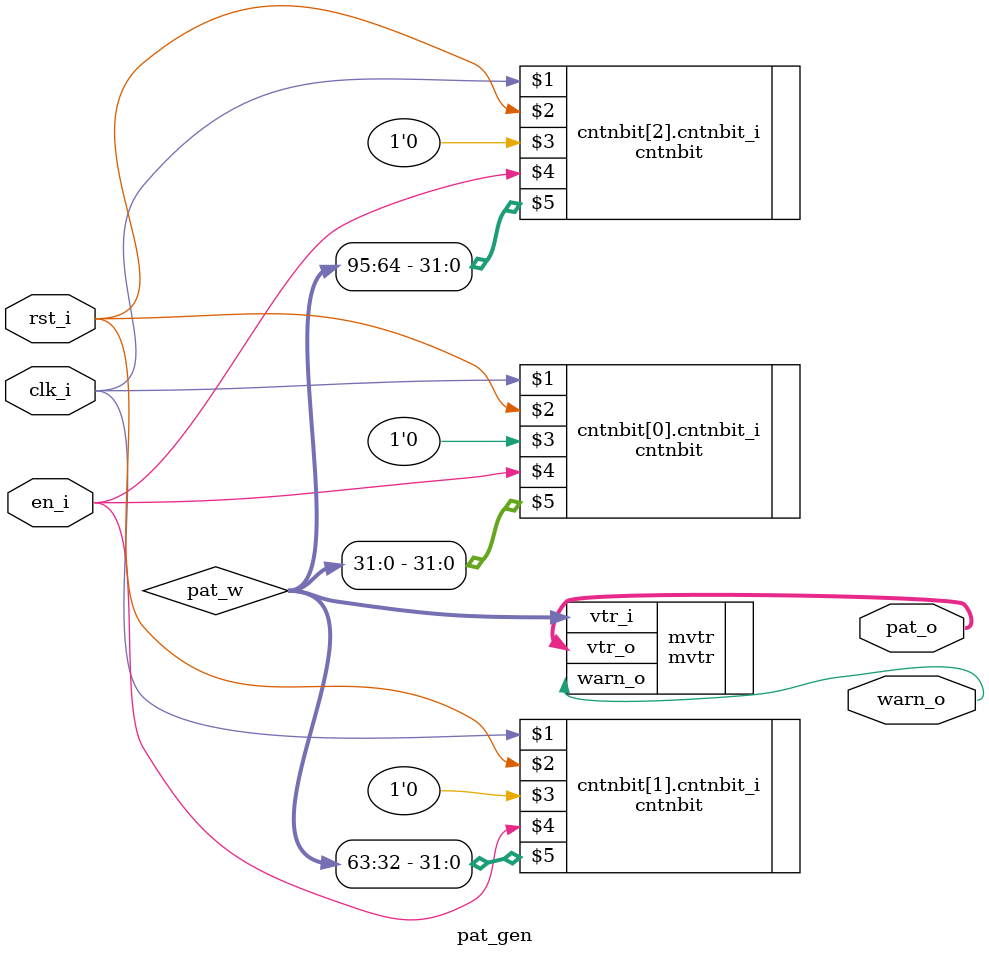
<source format=v>

`timescale 1 ns / 100 ps

(* DONT_TOUCH = "true" *) module pat_gen #(parameter
  N = 32,
  M = 3)(
  input           clk_i,
  input           rst_i,
  input           en_i,
  output  [N-1:0] pat_o,
  output          warn_o
);

wire [M*N-1:0] pat_w;

// generate patter generators
genvar i;
generate
	for(i = 0; i < M; i = i + 1)
	begin : cntnbit
      (* DONT_TOUCH = "true" *) cntnbit #(.N(N)) cntnbit_i(
        clk_i,
        rst_i,
        1'b0,
        en_i,
        pat_w[i * N + N - 1 -: N]
      );
	end
endgenerate

// vote the output from 3 outputs from patter generators
mvtr #(.M(3), .N(32)) mvtr(
  .vtr_i  (pat_w),
  .vtr_o  (pat_o),
  .warn_o (warn_o)
);

endmodule

</source>
